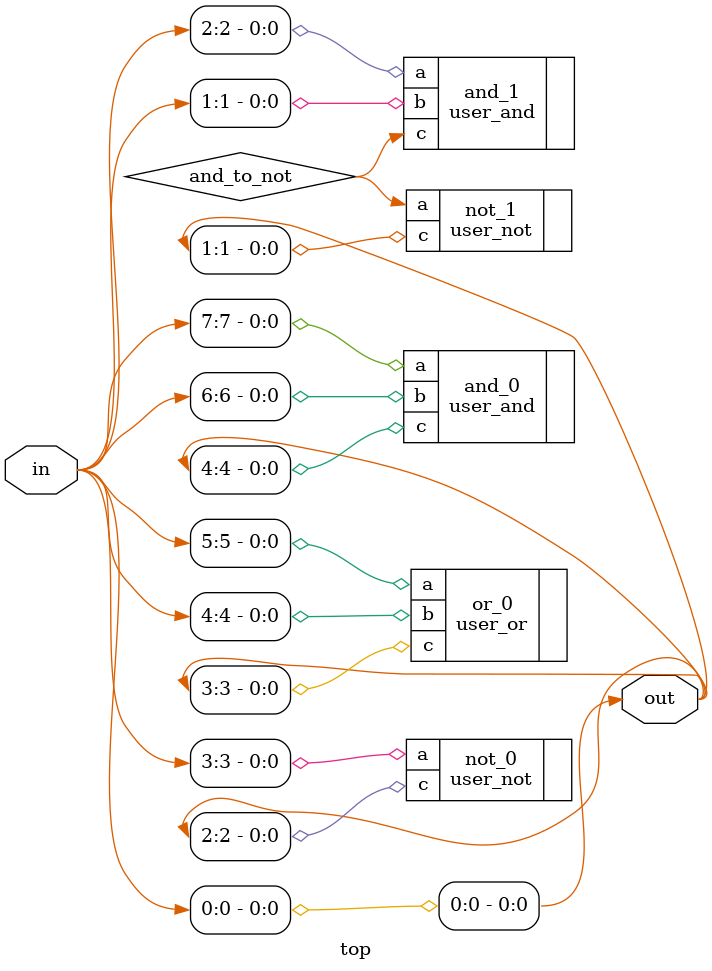
<source format=v>
module top (
    input  wire [7:0] in,
    output wire [4:0] out
);
    wire and_to_not;

    user_and and_0 (
        .a(in[7]),
        .b(in[6]),
        .c(out[4])
    );

    user_or or_0 (
        .a(in[5]),
        .b(in[4]),
        .c(out[3])
    );

    user_not not_0 (
        .a(in[3]),
        .c(out[2])
    );

    user_and and_1 (
        .a(in[2]),
        .b(in[1]),
        .c(and_to_not)
    );

    user_not not_1 (
        .a(and_to_not),
        .c(out[1])
    );

    assign out[0] = in[0];

endmodule

</source>
